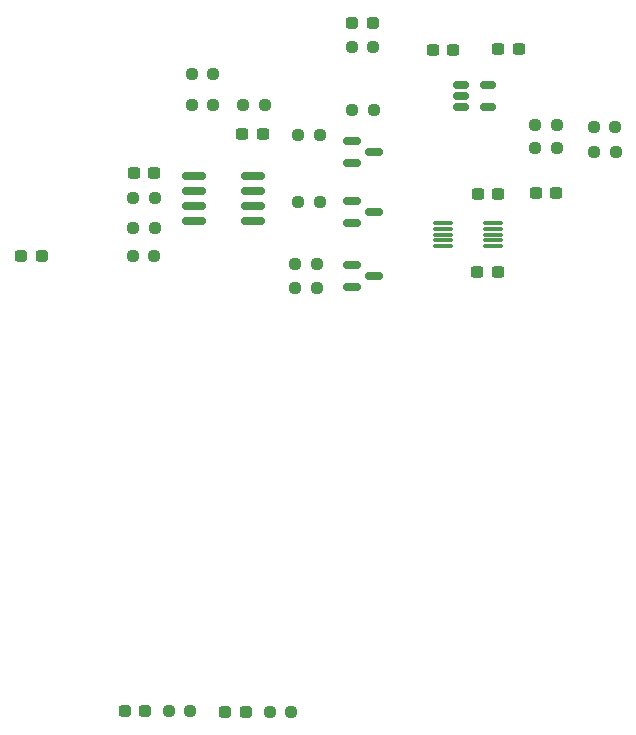
<source format=gbr>
%TF.GenerationSoftware,KiCad,Pcbnew,9.0.2-9.0.2-0~ubuntu24.04.1*%
%TF.CreationDate,2025-05-09T12:29:09-04:00*%
%TF.ProjectId,vreg-dac-lt3014,76726567-2d64-4616-932d-6c7433303134,rev?*%
%TF.SameCoordinates,Original*%
%TF.FileFunction,Paste,Top*%
%TF.FilePolarity,Positive*%
%FSLAX46Y46*%
G04 Gerber Fmt 4.6, Leading zero omitted, Abs format (unit mm)*
G04 Created by KiCad (PCBNEW 9.0.2-9.0.2-0~ubuntu24.04.1) date 2025-05-09 12:29:09*
%MOMM*%
%LPD*%
G01*
G04 APERTURE LIST*
G04 Aperture macros list*
%AMRoundRect*
0 Rectangle with rounded corners*
0 $1 Rounding radius*
0 $2 $3 $4 $5 $6 $7 $8 $9 X,Y pos of 4 corners*
0 Add a 4 corners polygon primitive as box body*
4,1,4,$2,$3,$4,$5,$6,$7,$8,$9,$2,$3,0*
0 Add four circle primitives for the rounded corners*
1,1,$1+$1,$2,$3*
1,1,$1+$1,$4,$5*
1,1,$1+$1,$6,$7*
1,1,$1+$1,$8,$9*
0 Add four rect primitives between the rounded corners*
20,1,$1+$1,$2,$3,$4,$5,0*
20,1,$1+$1,$4,$5,$6,$7,0*
20,1,$1+$1,$6,$7,$8,$9,0*
20,1,$1+$1,$8,$9,$2,$3,0*%
G04 Aperture macros list end*
%ADD10RoundRect,0.150000X-0.587500X-0.150000X0.587500X-0.150000X0.587500X0.150000X-0.587500X0.150000X0*%
%ADD11RoundRect,0.237500X-0.300000X-0.237500X0.300000X-0.237500X0.300000X0.237500X-0.300000X0.237500X0*%
%ADD12RoundRect,0.237500X0.250000X0.237500X-0.250000X0.237500X-0.250000X-0.237500X0.250000X-0.237500X0*%
%ADD13RoundRect,0.237500X-0.250000X-0.237500X0.250000X-0.237500X0.250000X0.237500X-0.250000X0.237500X0*%
%ADD14RoundRect,0.237500X0.300000X0.237500X-0.300000X0.237500X-0.300000X-0.237500X0.300000X-0.237500X0*%
%ADD15RoundRect,0.237500X-0.287500X-0.237500X0.287500X-0.237500X0.287500X0.237500X-0.287500X0.237500X0*%
%ADD16RoundRect,0.150000X-0.825000X-0.150000X0.825000X-0.150000X0.825000X0.150000X-0.825000X0.150000X0*%
%ADD17RoundRect,0.150000X-0.512500X-0.150000X0.512500X-0.150000X0.512500X0.150000X-0.512500X0.150000X0*%
%ADD18RoundRect,0.087500X0.725000X0.087500X-0.725000X0.087500X-0.725000X-0.087500X0.725000X-0.087500X0*%
G04 APERTURE END LIST*
D10*
%TO.C,Q5*%
X113390200Y-67543600D03*
X113390200Y-69443600D03*
X115265200Y-68493600D03*
%TD*%
%TO.C,Q3*%
X113390200Y-57063600D03*
X113390200Y-58963600D03*
X115265200Y-58013600D03*
%TD*%
%TO.C,Q4*%
X113390200Y-62143600D03*
X113390200Y-64043600D03*
X115265200Y-63093600D03*
%TD*%
D11*
%TO.C,C8*%
X128932700Y-61442600D03*
X130657700Y-61442600D03*
%TD*%
D12*
%TO.C,R14*%
X105971100Y-54051200D03*
X104146100Y-54051200D03*
%TD*%
D13*
%TO.C,R9*%
X133838700Y-55854600D03*
X135663700Y-55854600D03*
%TD*%
D14*
%TO.C,C4*%
X121921200Y-49377600D03*
X120196200Y-49377600D03*
%TD*%
D15*
%TO.C,D1*%
X113374200Y-47091600D03*
X115124200Y-47091600D03*
%TD*%
D13*
%TO.C,R3*%
X128881500Y-57658000D03*
X130706500Y-57658000D03*
%TD*%
D14*
%TO.C,C5*%
X127482700Y-49250600D03*
X125757700Y-49250600D03*
%TD*%
D12*
%TO.C,R10*%
X135687200Y-58013600D03*
X133862200Y-58013600D03*
%TD*%
D13*
%TO.C,R4*%
X108815500Y-56591200D03*
X110640500Y-56591200D03*
%TD*%
D11*
%TO.C,C10*%
X104094500Y-56489600D03*
X105819500Y-56489600D03*
%TD*%
D12*
%TO.C,R13*%
X101627700Y-54051200D03*
X99802700Y-54051200D03*
%TD*%
D13*
%TO.C,R16*%
X108563400Y-69545200D03*
X110388400Y-69545200D03*
%TD*%
D15*
%TO.C,D3*%
X94121000Y-105359200D03*
X95871000Y-105359200D03*
%TD*%
%TO.C,D2*%
X85383400Y-66802000D03*
X87133400Y-66802000D03*
%TD*%
D12*
%TO.C,R15*%
X110386500Y-67513200D03*
X108561500Y-67513200D03*
%TD*%
D16*
%TO.C,U3*%
X100041700Y-60045600D03*
X100041700Y-61315600D03*
X100041700Y-62585600D03*
X100041700Y-63855600D03*
X104991700Y-63855600D03*
X104991700Y-62585600D03*
X104991700Y-61315600D03*
X104991700Y-60045600D03*
%TD*%
D12*
%TO.C,R7*%
X110644700Y-62204600D03*
X108819700Y-62204600D03*
%TD*%
%TO.C,R17*%
X99667700Y-105359200D03*
X97842700Y-105359200D03*
%TD*%
%TO.C,R18*%
X108227500Y-105410000D03*
X106402500Y-105410000D03*
%TD*%
D17*
%TO.C,U1*%
X122582700Y-52303600D03*
X122582700Y-53253600D03*
X122582700Y-54203600D03*
X124857700Y-54203600D03*
X124857700Y-52303600D03*
%TD*%
D13*
%TO.C,R8*%
X94794700Y-66852800D03*
X96619700Y-66852800D03*
%TD*%
D12*
%TO.C,R2*%
X130710700Y-55727600D03*
X128885700Y-55727600D03*
%TD*%
D13*
%TO.C,R12*%
X94847400Y-64414400D03*
X96672400Y-64414400D03*
%TD*%
%TO.C,R1*%
X99802700Y-51384200D03*
X101627700Y-51384200D03*
%TD*%
%TO.C,R6*%
X113338600Y-49149000D03*
X115163600Y-49149000D03*
%TD*%
D12*
%TO.C,R11*%
X96672400Y-61925200D03*
X94847400Y-61925200D03*
%TD*%
D14*
%TO.C,C6*%
X125704700Y-68173600D03*
X123979700Y-68173600D03*
%TD*%
D15*
%TO.C,D4*%
X102630000Y-105410000D03*
X104380000Y-105410000D03*
%TD*%
D11*
%TO.C,C7*%
X124006200Y-61569600D03*
X125731200Y-61569600D03*
%TD*%
D14*
%TO.C,C9*%
X96622800Y-59766200D03*
X94897800Y-59766200D03*
%TD*%
D18*
%TO.C,U4*%
X125330200Y-65998600D03*
X125330200Y-65498600D03*
X125330200Y-64998600D03*
X125330200Y-64498600D03*
X125330200Y-63998600D03*
X121105200Y-63998600D03*
X121105200Y-64498600D03*
X121105200Y-64998600D03*
X121105200Y-65498600D03*
X121105200Y-65998600D03*
%TD*%
D13*
%TO.C,R5*%
X113387500Y-54483000D03*
X115212500Y-54483000D03*
%TD*%
M02*

</source>
